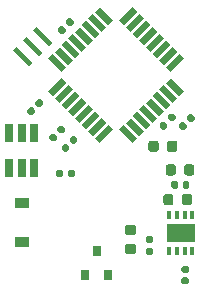
<source format=gbr>
G04 #@! TF.GenerationSoftware,KiCad,Pcbnew,(5.1.6)-1*
G04 #@! TF.CreationDate,2020-12-13T19:26:13+01:00*
G04 #@! TF.ProjectId,ACM-pcb,41434d2d-7063-4622-9e6b-696361645f70,rev?*
G04 #@! TF.SameCoordinates,Original*
G04 #@! TF.FileFunction,Paste,Top*
G04 #@! TF.FilePolarity,Positive*
%FSLAX46Y46*%
G04 Gerber Fmt 4.6, Leading zero omitted, Abs format (unit mm)*
G04 Created by KiCad (PCBNEW (5.1.6)-1) date 2020-12-13 19:26:13*
%MOMM*%
%LPD*%
G01*
G04 APERTURE LIST*
%ADD10R,0.700000X1.600000*%
%ADD11R,0.800000X0.900000*%
%ADD12C,0.100000*%
%ADD13R,0.350000X0.750000*%
%ADD14R,2.400000X1.600000*%
%ADD15R,1.200000X0.900000*%
G04 APERTURE END LIST*
D10*
X67090000Y-77367000D03*
X67090000Y-80367000D03*
X66040000Y-77367000D03*
X66040000Y-80367000D03*
X64990000Y-77367000D03*
X64990000Y-80367000D03*
D11*
X71440000Y-89392000D03*
X73340000Y-89392000D03*
X72390000Y-87392000D03*
G36*
G01*
X78023100Y-83263450D02*
X78023100Y-82750950D01*
G75*
G02*
X78241850Y-82532200I218750J0D01*
G01*
X78679350Y-82532200D01*
G75*
G02*
X78898100Y-82750950I0J-218750D01*
G01*
X78898100Y-83263450D01*
G75*
G02*
X78679350Y-83482200I-218750J0D01*
G01*
X78241850Y-83482200D01*
G75*
G02*
X78023100Y-83263450I0J218750D01*
G01*
G37*
G36*
G01*
X79598100Y-83263450D02*
X79598100Y-82750950D01*
G75*
G02*
X79816850Y-82532200I218750J0D01*
G01*
X80254350Y-82532200D01*
G75*
G02*
X80473100Y-82750950I0J-218750D01*
G01*
X80473100Y-83263450D01*
G75*
G02*
X80254350Y-83482200I-218750J0D01*
G01*
X79816850Y-83482200D01*
G75*
G02*
X79598100Y-83263450I0J218750D01*
G01*
G37*
G36*
G01*
X78350000Y-78756250D02*
X78350000Y-78243750D01*
G75*
G02*
X78568750Y-78025000I218750J0D01*
G01*
X79006250Y-78025000D01*
G75*
G02*
X79225000Y-78243750I0J-218750D01*
G01*
X79225000Y-78756250D01*
G75*
G02*
X79006250Y-78975000I-218750J0D01*
G01*
X78568750Y-78975000D01*
G75*
G02*
X78350000Y-78756250I0J218750D01*
G01*
G37*
G36*
G01*
X76775000Y-78756250D02*
X76775000Y-78243750D01*
G75*
G02*
X76993750Y-78025000I218750J0D01*
G01*
X77431250Y-78025000D01*
G75*
G02*
X77650000Y-78243750I0J-218750D01*
G01*
X77650000Y-78756250D01*
G75*
G02*
X77431250Y-78975000I-218750J0D01*
G01*
X76993750Y-78975000D01*
G75*
G02*
X76775000Y-78756250I0J218750D01*
G01*
G37*
D12*
G36*
X72257879Y-67089934D02*
G01*
X72646788Y-66701025D01*
X73778159Y-67832396D01*
X73389250Y-68221305D01*
X72257879Y-67089934D01*
G37*
G36*
X71692194Y-67655620D02*
G01*
X72081103Y-67266711D01*
X73212474Y-68398082D01*
X72823565Y-68786991D01*
X71692194Y-67655620D01*
G37*
G36*
X71126508Y-68221305D02*
G01*
X71515417Y-67832396D01*
X72646788Y-68963767D01*
X72257879Y-69352676D01*
X71126508Y-68221305D01*
G37*
G36*
X70560823Y-68786990D02*
G01*
X70949732Y-68398081D01*
X72081103Y-69529452D01*
X71692194Y-69918361D01*
X70560823Y-68786990D01*
G37*
G36*
X69995137Y-69352676D02*
G01*
X70384046Y-68963767D01*
X71515417Y-70095138D01*
X71126508Y-70484047D01*
X69995137Y-69352676D01*
G37*
G36*
X69429452Y-69918361D02*
G01*
X69818361Y-69529452D01*
X70949732Y-70660823D01*
X70560823Y-71049732D01*
X69429452Y-69918361D01*
G37*
G36*
X68863767Y-70484047D02*
G01*
X69252676Y-70095138D01*
X70384047Y-71226509D01*
X69995138Y-71615418D01*
X68863767Y-70484047D01*
G37*
G36*
X68298081Y-71049732D02*
G01*
X68686990Y-70660823D01*
X69818361Y-71792194D01*
X69429452Y-72181103D01*
X68298081Y-71049732D01*
G37*
G36*
X68686990Y-74231713D02*
G01*
X68298081Y-73842804D01*
X69429452Y-72711433D01*
X69818361Y-73100342D01*
X68686990Y-74231713D01*
G37*
G36*
X69252676Y-74797398D02*
G01*
X68863767Y-74408489D01*
X69995138Y-73277118D01*
X70384047Y-73666027D01*
X69252676Y-74797398D01*
G37*
G36*
X69818361Y-75363084D02*
G01*
X69429452Y-74974175D01*
X70560823Y-73842804D01*
X70949732Y-74231713D01*
X69818361Y-75363084D01*
G37*
G36*
X70384046Y-75928769D02*
G01*
X69995137Y-75539860D01*
X71126508Y-74408489D01*
X71515417Y-74797398D01*
X70384046Y-75928769D01*
G37*
G36*
X70949732Y-76494455D02*
G01*
X70560823Y-76105546D01*
X71692194Y-74974175D01*
X72081103Y-75363084D01*
X70949732Y-76494455D01*
G37*
G36*
X71515417Y-77060140D02*
G01*
X71126508Y-76671231D01*
X72257879Y-75539860D01*
X72646788Y-75928769D01*
X71515417Y-77060140D01*
G37*
G36*
X72081103Y-77625825D02*
G01*
X71692194Y-77236916D01*
X72823565Y-76105545D01*
X73212474Y-76494454D01*
X72081103Y-77625825D01*
G37*
G36*
X72646788Y-78191511D02*
G01*
X72257879Y-77802602D01*
X73389250Y-76671231D01*
X73778159Y-77060140D01*
X72646788Y-78191511D01*
G37*
G36*
X74308489Y-77060140D02*
G01*
X74697398Y-76671231D01*
X75828769Y-77802602D01*
X75439860Y-78191511D01*
X74308489Y-77060140D01*
G37*
G36*
X74874174Y-76494454D02*
G01*
X75263083Y-76105545D01*
X76394454Y-77236916D01*
X76005545Y-77625825D01*
X74874174Y-76494454D01*
G37*
G36*
X75439860Y-75928769D02*
G01*
X75828769Y-75539860D01*
X76960140Y-76671231D01*
X76571231Y-77060140D01*
X75439860Y-75928769D01*
G37*
G36*
X76005545Y-75363084D02*
G01*
X76394454Y-74974175D01*
X77525825Y-76105546D01*
X77136916Y-76494455D01*
X76005545Y-75363084D01*
G37*
G36*
X76571231Y-74797398D02*
G01*
X76960140Y-74408489D01*
X78091511Y-75539860D01*
X77702602Y-75928769D01*
X76571231Y-74797398D01*
G37*
G36*
X77136916Y-74231713D02*
G01*
X77525825Y-73842804D01*
X78657196Y-74974175D01*
X78268287Y-75363084D01*
X77136916Y-74231713D01*
G37*
G36*
X77702601Y-73666027D02*
G01*
X78091510Y-73277118D01*
X79222881Y-74408489D01*
X78833972Y-74797398D01*
X77702601Y-73666027D01*
G37*
G36*
X78268287Y-73100342D02*
G01*
X78657196Y-72711433D01*
X79788567Y-73842804D01*
X79399658Y-74231713D01*
X78268287Y-73100342D01*
G37*
G36*
X78657196Y-72181103D02*
G01*
X78268287Y-71792194D01*
X79399658Y-70660823D01*
X79788567Y-71049732D01*
X78657196Y-72181103D01*
G37*
G36*
X78091510Y-71615418D02*
G01*
X77702601Y-71226509D01*
X78833972Y-70095138D01*
X79222881Y-70484047D01*
X78091510Y-71615418D01*
G37*
G36*
X77525825Y-71049732D02*
G01*
X77136916Y-70660823D01*
X78268287Y-69529452D01*
X78657196Y-69918361D01*
X77525825Y-71049732D01*
G37*
G36*
X76960140Y-70484047D02*
G01*
X76571231Y-70095138D01*
X77702602Y-68963767D01*
X78091511Y-69352676D01*
X76960140Y-70484047D01*
G37*
G36*
X76394454Y-69918361D02*
G01*
X76005545Y-69529452D01*
X77136916Y-68398081D01*
X77525825Y-68786990D01*
X76394454Y-69918361D01*
G37*
G36*
X75828769Y-69352676D02*
G01*
X75439860Y-68963767D01*
X76571231Y-67832396D01*
X76960140Y-68221305D01*
X75828769Y-69352676D01*
G37*
G36*
X75263083Y-68786991D02*
G01*
X74874174Y-68398082D01*
X76005545Y-67266711D01*
X76394454Y-67655620D01*
X75263083Y-68786991D01*
G37*
G36*
X74697398Y-68221305D02*
G01*
X74308489Y-67832396D01*
X75439860Y-66701025D01*
X75828769Y-67089934D01*
X74697398Y-68221305D01*
G37*
G36*
G01*
X68968400Y-80969900D02*
X68968400Y-80624900D01*
G75*
G02*
X69115900Y-80477400I147500J0D01*
G01*
X69410900Y-80477400D01*
G75*
G02*
X69558400Y-80624900I0J-147500D01*
G01*
X69558400Y-80969900D01*
G75*
G02*
X69410900Y-81117400I-147500J0D01*
G01*
X69115900Y-81117400D01*
G75*
G02*
X68968400Y-80969900I0J147500D01*
G01*
G37*
G36*
G01*
X69938400Y-80969900D02*
X69938400Y-80624900D01*
G75*
G02*
X70085900Y-80477400I147500J0D01*
G01*
X70380900Y-80477400D01*
G75*
G02*
X70528400Y-80624900I0J-147500D01*
G01*
X70528400Y-80969900D01*
G75*
G02*
X70380900Y-81117400I-147500J0D01*
G01*
X70085900Y-81117400D01*
G75*
G02*
X69938400Y-80969900I0J147500D01*
G01*
G37*
G36*
G01*
X69661685Y-78969066D02*
X69417734Y-78725114D01*
G75*
G02*
X69417734Y-78516518I104298J104298D01*
G01*
X69626330Y-78307922D01*
G75*
G02*
X69834926Y-78307922I104298J-104298D01*
G01*
X70078878Y-78551874D01*
G75*
G02*
X70078878Y-78760470I-104298J-104298D01*
G01*
X69870282Y-78969066D01*
G75*
G02*
X69661686Y-78969066I-104298J104298D01*
G01*
G37*
G36*
G01*
X70347579Y-78283172D02*
X70103628Y-78039220D01*
G75*
G02*
X70103628Y-77830624I104298J104298D01*
G01*
X70312224Y-77622028D01*
G75*
G02*
X70520820Y-77622028I104298J-104298D01*
G01*
X70764772Y-77865980D01*
G75*
G02*
X70764772Y-78074576I-104298J-104298D01*
G01*
X70556176Y-78283172D01*
G75*
G02*
X70347580Y-78283172I-104298J104298D01*
G01*
G37*
G36*
X68377387Y-69996116D02*
G01*
X67033884Y-68652613D01*
X67316727Y-68369770D01*
X68660230Y-69713273D01*
X68377387Y-69996116D01*
G37*
G36*
X67528859Y-70844645D02*
G01*
X66185356Y-69501142D01*
X66468199Y-69218299D01*
X67811702Y-70561802D01*
X67528859Y-70844645D01*
G37*
G36*
X66680330Y-71693173D02*
G01*
X65336827Y-70349670D01*
X65619670Y-70066827D01*
X66963173Y-71410330D01*
X66680330Y-71693173D01*
G37*
G36*
G01*
X70222515Y-67658534D02*
X70466466Y-67902486D01*
G75*
G02*
X70466466Y-68111082I-104298J-104298D01*
G01*
X70257870Y-68319678D01*
G75*
G02*
X70049274Y-68319678I-104298J104298D01*
G01*
X69805322Y-68075726D01*
G75*
G02*
X69805322Y-67867130I104298J104298D01*
G01*
X70013918Y-67658534D01*
G75*
G02*
X70222514Y-67658534I104298J-104298D01*
G01*
G37*
G36*
G01*
X69536621Y-68344428D02*
X69780572Y-68588380D01*
G75*
G02*
X69780572Y-68796976I-104298J-104298D01*
G01*
X69571976Y-69005572D01*
G75*
G02*
X69363380Y-69005572I-104298J104298D01*
G01*
X69119428Y-68761620D01*
G75*
G02*
X69119428Y-68553024I104298J104298D01*
G01*
X69328024Y-68344428D01*
G75*
G02*
X69536620Y-68344428I104298J-104298D01*
G01*
G37*
G36*
G01*
X79786621Y-76469428D02*
X80030572Y-76713380D01*
G75*
G02*
X80030572Y-76921976I-104298J-104298D01*
G01*
X79821976Y-77130572D01*
G75*
G02*
X79613380Y-77130572I-104298J104298D01*
G01*
X79369428Y-76886620D01*
G75*
G02*
X79369428Y-76678024I104298J104298D01*
G01*
X79578024Y-76469428D01*
G75*
G02*
X79786620Y-76469428I104298J-104298D01*
G01*
G37*
G36*
G01*
X80472515Y-75783534D02*
X80716466Y-76027486D01*
G75*
G02*
X80716466Y-76236082I-104298J-104298D01*
G01*
X80507870Y-76444678D01*
G75*
G02*
X80299274Y-76444678I-104298J104298D01*
G01*
X80055322Y-76200726D01*
G75*
G02*
X80055322Y-75992130I104298J104298D01*
G01*
X80263918Y-75783534D01*
G75*
G02*
X80472514Y-75783534I104298J-104298D01*
G01*
G37*
G36*
G01*
X80055500Y-89218000D02*
X79710500Y-89218000D01*
G75*
G02*
X79563000Y-89070500I0J147500D01*
G01*
X79563000Y-88775500D01*
G75*
G02*
X79710500Y-88628000I147500J0D01*
G01*
X80055500Y-88628000D01*
G75*
G02*
X80203000Y-88775500I0J-147500D01*
G01*
X80203000Y-89070500D01*
G75*
G02*
X80055500Y-89218000I-147500J0D01*
G01*
G37*
G36*
G01*
X80055500Y-90188000D02*
X79710500Y-90188000D01*
G75*
G02*
X79563000Y-90040500I0J147500D01*
G01*
X79563000Y-89745500D01*
G75*
G02*
X79710500Y-89598000I147500J0D01*
G01*
X80055500Y-89598000D01*
G75*
G02*
X80203000Y-89745500I0J-147500D01*
G01*
X80203000Y-90040500D01*
G75*
G02*
X80055500Y-90188000I-147500J0D01*
G01*
G37*
G36*
G01*
X77970432Y-77073519D02*
X77726481Y-76829567D01*
G75*
G02*
X77726481Y-76620971I104298J104298D01*
G01*
X77935077Y-76412375D01*
G75*
G02*
X78143673Y-76412375I104298J-104298D01*
G01*
X78387625Y-76656327D01*
G75*
G02*
X78387625Y-76864923I-104298J-104298D01*
G01*
X78179029Y-77073519D01*
G75*
G02*
X77970433Y-77073519I-104298J104298D01*
G01*
G37*
G36*
G01*
X78656326Y-76387625D02*
X78412375Y-76143673D01*
G75*
G02*
X78412375Y-75935077I104298J104298D01*
G01*
X78620971Y-75726481D01*
G75*
G02*
X78829567Y-75726481I104298J-104298D01*
G01*
X79073519Y-75970433D01*
G75*
G02*
X79073519Y-76179029I-104298J-104298D01*
G01*
X78864923Y-76387625D01*
G75*
G02*
X78656327Y-76387625I-104298J104298D01*
G01*
G37*
G36*
G01*
X77032900Y-87673400D02*
X76687900Y-87673400D01*
G75*
G02*
X76540400Y-87525900I0J147500D01*
G01*
X76540400Y-87230900D01*
G75*
G02*
X76687900Y-87083400I147500J0D01*
G01*
X77032900Y-87083400D01*
G75*
G02*
X77180400Y-87230900I0J-147500D01*
G01*
X77180400Y-87525900D01*
G75*
G02*
X77032900Y-87673400I-147500J0D01*
G01*
G37*
G36*
G01*
X77032900Y-86703400D02*
X76687900Y-86703400D01*
G75*
G02*
X76540400Y-86555900I0J147500D01*
G01*
X76540400Y-86260900D01*
G75*
G02*
X76687900Y-86113400I147500J0D01*
G01*
X77032900Y-86113400D01*
G75*
G02*
X77180400Y-86260900I0J-147500D01*
G01*
X77180400Y-86555900D01*
G75*
G02*
X77032900Y-86703400I-147500J0D01*
G01*
G37*
G36*
G01*
X79281000Y-81591500D02*
X79281000Y-81936500D01*
G75*
G02*
X79133500Y-82084000I-147500J0D01*
G01*
X78838500Y-82084000D01*
G75*
G02*
X78691000Y-81936500I0J147500D01*
G01*
X78691000Y-81591500D01*
G75*
G02*
X78838500Y-81444000I147500J0D01*
G01*
X79133500Y-81444000D01*
G75*
G02*
X79281000Y-81591500I0J-147500D01*
G01*
G37*
G36*
G01*
X80251000Y-81591500D02*
X80251000Y-81936500D01*
G75*
G02*
X80103500Y-82084000I-147500J0D01*
G01*
X79808500Y-82084000D01*
G75*
G02*
X79661000Y-81936500I0J147500D01*
G01*
X79661000Y-81591500D01*
G75*
G02*
X79808500Y-81444000I147500J0D01*
G01*
X80103500Y-81444000D01*
G75*
G02*
X80251000Y-81591500I0J-147500D01*
G01*
G37*
D13*
X78549000Y-87320000D03*
X79199000Y-87320000D03*
X79849000Y-87320000D03*
X80499000Y-87320000D03*
X80499000Y-84320000D03*
X79849000Y-84320000D03*
X79199000Y-84320000D03*
X78549000Y-84320000D03*
D14*
X79524000Y-85820000D03*
G36*
G01*
X75516450Y-87610500D02*
X75003950Y-87610500D01*
G75*
G02*
X74785200Y-87391750I0J218750D01*
G01*
X74785200Y-86954250D01*
G75*
G02*
X75003950Y-86735500I218750J0D01*
G01*
X75516450Y-86735500D01*
G75*
G02*
X75735200Y-86954250I0J-218750D01*
G01*
X75735200Y-87391750D01*
G75*
G02*
X75516450Y-87610500I-218750J0D01*
G01*
G37*
G36*
G01*
X75516450Y-86035500D02*
X75003950Y-86035500D01*
G75*
G02*
X74785200Y-85816750I0J218750D01*
G01*
X74785200Y-85379250D01*
G75*
G02*
X75003950Y-85160500I218750J0D01*
G01*
X75516450Y-85160500D01*
G75*
G02*
X75735200Y-85379250I0J-218750D01*
G01*
X75735200Y-85816750D01*
G75*
G02*
X75516450Y-86035500I-218750J0D01*
G01*
G37*
G36*
G01*
X79098000Y-80237750D02*
X79098000Y-80750250D01*
G75*
G02*
X78879250Y-80969000I-218750J0D01*
G01*
X78441750Y-80969000D01*
G75*
G02*
X78223000Y-80750250I0J218750D01*
G01*
X78223000Y-80237750D01*
G75*
G02*
X78441750Y-80019000I218750J0D01*
G01*
X78879250Y-80019000D01*
G75*
G02*
X79098000Y-80237750I0J-218750D01*
G01*
G37*
G36*
G01*
X80673000Y-80237750D02*
X80673000Y-80750250D01*
G75*
G02*
X80454250Y-80969000I-218750J0D01*
G01*
X80016750Y-80969000D01*
G75*
G02*
X79798000Y-80750250I0J218750D01*
G01*
X79798000Y-80237750D01*
G75*
G02*
X80016750Y-80019000I218750J0D01*
G01*
X80454250Y-80019000D01*
G75*
G02*
X80673000Y-80237750I0J-218750D01*
G01*
G37*
G36*
G01*
X68620285Y-78080066D02*
X68376334Y-77836114D01*
G75*
G02*
X68376334Y-77627518I104298J104298D01*
G01*
X68584930Y-77418922D01*
G75*
G02*
X68793526Y-77418922I104298J-104298D01*
G01*
X69037478Y-77662874D01*
G75*
G02*
X69037478Y-77871470I-104298J-104298D01*
G01*
X68828882Y-78080066D01*
G75*
G02*
X68620286Y-78080066I-104298J104298D01*
G01*
G37*
G36*
G01*
X69306179Y-77394172D02*
X69062228Y-77150220D01*
G75*
G02*
X69062228Y-76941624I104298J104298D01*
G01*
X69270824Y-76733028D01*
G75*
G02*
X69479420Y-76733028I104298J-104298D01*
G01*
X69723372Y-76976980D01*
G75*
G02*
X69723372Y-77185576I-104298J-104298D01*
G01*
X69514776Y-77394172D01*
G75*
G02*
X69306180Y-77394172I-104298J104298D01*
G01*
G37*
G36*
G01*
X67451979Y-75158972D02*
X67208028Y-74915020D01*
G75*
G02*
X67208028Y-74706424I104298J104298D01*
G01*
X67416624Y-74497828D01*
G75*
G02*
X67625220Y-74497828I104298J-104298D01*
G01*
X67869172Y-74741780D01*
G75*
G02*
X67869172Y-74950376I-104298J-104298D01*
G01*
X67660576Y-75158972D01*
G75*
G02*
X67451980Y-75158972I-104298J104298D01*
G01*
G37*
G36*
G01*
X66766085Y-75844866D02*
X66522134Y-75600914D01*
G75*
G02*
X66522134Y-75392318I104298J104298D01*
G01*
X66730730Y-75183722D01*
G75*
G02*
X66939326Y-75183722I104298J-104298D01*
G01*
X67183278Y-75427674D01*
G75*
G02*
X67183278Y-75636270I-104298J-104298D01*
G01*
X66974682Y-75844866D01*
G75*
G02*
X66766086Y-75844866I-104298J104298D01*
G01*
G37*
D15*
X66090800Y-83288600D03*
X66090800Y-86588600D03*
M02*

</source>
